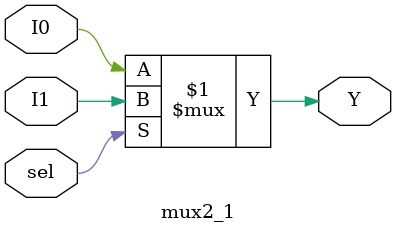
<source format=v>
module mux2_1(sel, I0, I1, Y);

	input sel, I0, I1;
	output Y;


	assign Y = (sel) ? I1 : I0;
	
endmodule 
</source>
